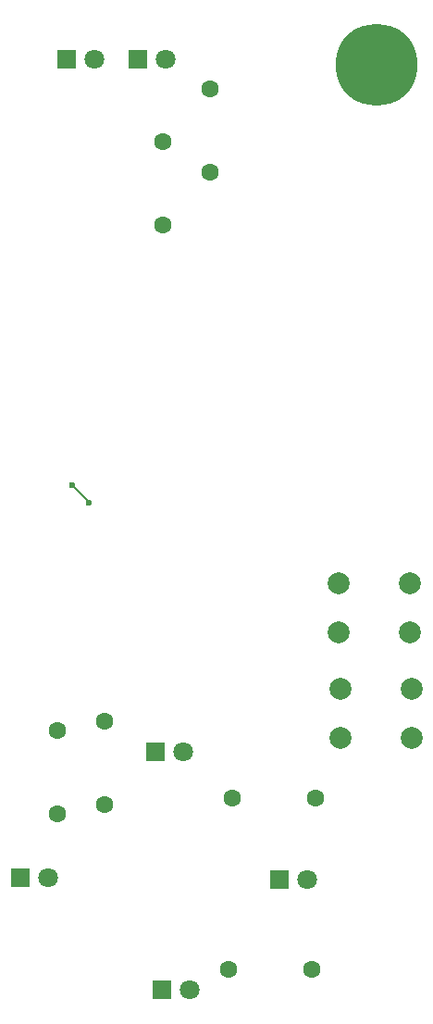
<source format=gbr>
%TF.GenerationSoftware,KiCad,Pcbnew,9.0.2*%
%TF.CreationDate,2025-07-01T09:30:53-07:00*%
%TF.ProjectId,solder,736f6c64-6572-42e6-9b69-6361645f7063,rev?*%
%TF.SameCoordinates,Original*%
%TF.FileFunction,Copper,L1,Top*%
%TF.FilePolarity,Positive*%
%FSLAX46Y46*%
G04 Gerber Fmt 4.6, Leading zero omitted, Abs format (unit mm)*
G04 Created by KiCad (PCBNEW 9.0.2) date 2025-07-01 09:30:53*
%MOMM*%
%LPD*%
G01*
G04 APERTURE LIST*
%TA.AperFunction,ComponentPad*%
%ADD10C,2.000000*%
%TD*%
%TA.AperFunction,ComponentPad*%
%ADD11R,1.800000X1.800000*%
%TD*%
%TA.AperFunction,ComponentPad*%
%ADD12C,1.800000*%
%TD*%
%TA.AperFunction,ComponentPad*%
%ADD13C,1.600000*%
%TD*%
%TA.AperFunction,ViaPad*%
%ADD14C,7.500000*%
%TD*%
%TA.AperFunction,ViaPad*%
%ADD15C,0.600000*%
%TD*%
%TA.AperFunction,Conductor*%
%ADD16C,0.200000*%
%TD*%
G04 APERTURE END LIST*
D10*
%TO.P,SW1,1,1*%
%TO.N,Net-(R10-Pad1)*%
X153435000Y-94950000D03*
X159935000Y-94950000D03*
%TO.P,SW1,2,2*%
%TO.N,Net-(BT1-+)*%
X153435000Y-99450000D03*
X159935000Y-99450000D03*
%TD*%
D11*
%TO.P,D4,1,K*%
%TO.N,Net-(BT1--)*%
X124270000Y-121880000D03*
D12*
%TO.P,D4,2,A*%
%TO.N,Net-(D4-A)*%
X126810000Y-121880000D03*
%TD*%
D11*
%TO.P,D6,1,K*%
%TO.N,Net-(BT1--)*%
X147955000Y-122070000D03*
D12*
%TO.P,D6,2,A*%
%TO.N,Net-(D6-A)*%
X150495000Y-122070000D03*
%TD*%
D11*
%TO.P,D2,1,K*%
%TO.N,Net-(BT1--)*%
X135035567Y-47032545D03*
D12*
%TO.P,D2,2,A*%
%TO.N,Net-(D2-A)*%
X137575567Y-47032545D03*
%TD*%
D10*
%TO.P,SW2,1,1*%
%TO.N,Net-(R1-Pad2)*%
X153585000Y-104650000D03*
X160085000Y-104650000D03*
%TO.P,SW2,2,2*%
%TO.N,Net-(BT1-+)*%
X153585000Y-109150000D03*
X160085000Y-109150000D03*
%TD*%
D11*
%TO.P,D5,1,K*%
%TO.N,Net-(BT1--)*%
X137220000Y-132150000D03*
D12*
%TO.P,D5,2,A*%
%TO.N,Net-(D5-A)*%
X139760000Y-132150000D03*
%TD*%
D11*
%TO.P,D3,1,K*%
%TO.N,Net-(BT1--)*%
X136660000Y-110430000D03*
D12*
%TO.P,D3,2,A*%
%TO.N,Net-(D3-A)*%
X139200000Y-110430000D03*
%TD*%
D11*
%TO.P,D1,1,K*%
%TO.N,Net-(BT1--)*%
X128502285Y-47077420D03*
D12*
%TO.P,D1,2,A*%
%TO.N,Net-(D1-A)*%
X131042285Y-47077420D03*
%TD*%
D13*
%TO.P,R9,1*%
%TO.N,Net-(R10-Pad1)*%
X137330567Y-62242545D03*
%TO.P,R9,2*%
%TO.N,Net-(D1-A)*%
X137330567Y-54622545D03*
%TD*%
%TO.P,R3,1*%
%TO.N,Net-(D5-A)*%
X143360000Y-130320000D03*
%TO.P,R3,2*%
%TO.N,Net-(R1-Pad2)*%
X150980000Y-130320000D03*
%TD*%
%TO.P,R2,1*%
%TO.N,Net-(D4-A)*%
X127650000Y-108460000D03*
%TO.P,R2,2*%
%TO.N,Net-(R1-Pad2)*%
X127650000Y-116080000D03*
%TD*%
%TO.P,R1,1*%
%TO.N,Net-(D3-A)*%
X132020000Y-107600000D03*
%TO.P,R1,2*%
%TO.N,Net-(R1-Pad2)*%
X132020000Y-115220000D03*
%TD*%
%TO.P,R10,1*%
%TO.N,Net-(R10-Pad1)*%
X141640567Y-49802545D03*
%TO.P,R10,2*%
%TO.N,Net-(D2-A)*%
X141640567Y-57422545D03*
%TD*%
%TO.P,R4,1*%
%TO.N,Net-(D6-A)*%
X151300000Y-114660000D03*
%TO.P,R4,2*%
%TO.N,Net-(R1-Pad2)*%
X143680000Y-114660000D03*
%TD*%
D14*
%TO.N,*%
X156870000Y-47570000D03*
D15*
%TO.N,Net-(BT1-+)*%
X129050000Y-86040000D03*
X130580000Y-87610000D03*
%TD*%
D16*
%TO.N,Net-(BT1-+)*%
X130580000Y-87570000D02*
X130580000Y-87610000D01*
X129050000Y-86040000D02*
X130580000Y-87570000D01*
%TD*%
M02*

</source>
